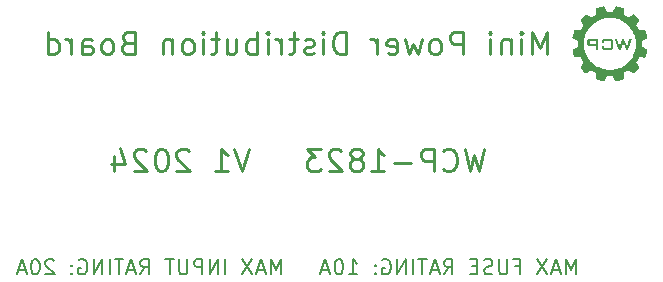
<source format=gbr>
%TF.GenerationSoftware,KiCad,Pcbnew,8.0.7-8.0.7-0~ubuntu24.04.1*%
%TF.CreationDate,2025-01-05T10:18:19-08:00*%
%TF.ProjectId,mini-pdb,6d696e69-2d70-4646-922e-6b696361645f,1.1*%
%TF.SameCoordinates,Original*%
%TF.FileFunction,Legend,Bot*%
%TF.FilePolarity,Positive*%
%FSLAX46Y46*%
G04 Gerber Fmt 4.6, Leading zero omitted, Abs format (unit mm)*
G04 Created by KiCad (PCBNEW 8.0.7-8.0.7-0~ubuntu24.04.1) date 2025-01-05 10:18:19*
%MOMM*%
%LPD*%
G01*
G04 APERTURE LIST*
%ADD10C,0.238125*%
%ADD11C,0.158750*%
%ADD12C,0.000000*%
G04 APERTURE END LIST*
D10*
X220087600Y-126246481D02*
X219634028Y-128151481D01*
X219634028Y-128151481D02*
X219271171Y-126790767D01*
X219271171Y-126790767D02*
X218908314Y-128151481D01*
X218908314Y-128151481D02*
X218454743Y-126246481D01*
X216640457Y-127970052D02*
X216731171Y-128060767D01*
X216731171Y-128060767D02*
X217003314Y-128151481D01*
X217003314Y-128151481D02*
X217184742Y-128151481D01*
X217184742Y-128151481D02*
X217456885Y-128060767D01*
X217456885Y-128060767D02*
X217638314Y-127879338D01*
X217638314Y-127879338D02*
X217729028Y-127697909D01*
X217729028Y-127697909D02*
X217819742Y-127335052D01*
X217819742Y-127335052D02*
X217819742Y-127062909D01*
X217819742Y-127062909D02*
X217729028Y-126700052D01*
X217729028Y-126700052D02*
X217638314Y-126518624D01*
X217638314Y-126518624D02*
X217456885Y-126337195D01*
X217456885Y-126337195D02*
X217184742Y-126246481D01*
X217184742Y-126246481D02*
X217003314Y-126246481D01*
X217003314Y-126246481D02*
X216731171Y-126337195D01*
X216731171Y-126337195D02*
X216640457Y-126427909D01*
X215824028Y-128151481D02*
X215824028Y-126246481D01*
X215824028Y-126246481D02*
X215098314Y-126246481D01*
X215098314Y-126246481D02*
X214916885Y-126337195D01*
X214916885Y-126337195D02*
X214826171Y-126427909D01*
X214826171Y-126427909D02*
X214735457Y-126609338D01*
X214735457Y-126609338D02*
X214735457Y-126881481D01*
X214735457Y-126881481D02*
X214826171Y-127062909D01*
X214826171Y-127062909D02*
X214916885Y-127153624D01*
X214916885Y-127153624D02*
X215098314Y-127244338D01*
X215098314Y-127244338D02*
X215824028Y-127244338D01*
X213919028Y-127425767D02*
X212467600Y-127425767D01*
X210562600Y-128151481D02*
X211651171Y-128151481D01*
X211106886Y-128151481D02*
X211106886Y-126246481D01*
X211106886Y-126246481D02*
X211288314Y-126518624D01*
X211288314Y-126518624D02*
X211469743Y-126700052D01*
X211469743Y-126700052D02*
X211651171Y-126790767D01*
X209474028Y-127062909D02*
X209655457Y-126972195D01*
X209655457Y-126972195D02*
X209746171Y-126881481D01*
X209746171Y-126881481D02*
X209836885Y-126700052D01*
X209836885Y-126700052D02*
X209836885Y-126609338D01*
X209836885Y-126609338D02*
X209746171Y-126427909D01*
X209746171Y-126427909D02*
X209655457Y-126337195D01*
X209655457Y-126337195D02*
X209474028Y-126246481D01*
X209474028Y-126246481D02*
X209111171Y-126246481D01*
X209111171Y-126246481D02*
X208929743Y-126337195D01*
X208929743Y-126337195D02*
X208839028Y-126427909D01*
X208839028Y-126427909D02*
X208748314Y-126609338D01*
X208748314Y-126609338D02*
X208748314Y-126700052D01*
X208748314Y-126700052D02*
X208839028Y-126881481D01*
X208839028Y-126881481D02*
X208929743Y-126972195D01*
X208929743Y-126972195D02*
X209111171Y-127062909D01*
X209111171Y-127062909D02*
X209474028Y-127062909D01*
X209474028Y-127062909D02*
X209655457Y-127153624D01*
X209655457Y-127153624D02*
X209746171Y-127244338D01*
X209746171Y-127244338D02*
X209836885Y-127425767D01*
X209836885Y-127425767D02*
X209836885Y-127788624D01*
X209836885Y-127788624D02*
X209746171Y-127970052D01*
X209746171Y-127970052D02*
X209655457Y-128060767D01*
X209655457Y-128060767D02*
X209474028Y-128151481D01*
X209474028Y-128151481D02*
X209111171Y-128151481D01*
X209111171Y-128151481D02*
X208929743Y-128060767D01*
X208929743Y-128060767D02*
X208839028Y-127970052D01*
X208839028Y-127970052D02*
X208748314Y-127788624D01*
X208748314Y-127788624D02*
X208748314Y-127425767D01*
X208748314Y-127425767D02*
X208839028Y-127244338D01*
X208839028Y-127244338D02*
X208929743Y-127153624D01*
X208929743Y-127153624D02*
X209111171Y-127062909D01*
X208022599Y-126427909D02*
X207931885Y-126337195D01*
X207931885Y-126337195D02*
X207750457Y-126246481D01*
X207750457Y-126246481D02*
X207296885Y-126246481D01*
X207296885Y-126246481D02*
X207115457Y-126337195D01*
X207115457Y-126337195D02*
X207024742Y-126427909D01*
X207024742Y-126427909D02*
X206934028Y-126609338D01*
X206934028Y-126609338D02*
X206934028Y-126790767D01*
X206934028Y-126790767D02*
X207024742Y-127062909D01*
X207024742Y-127062909D02*
X208113314Y-128151481D01*
X208113314Y-128151481D02*
X206934028Y-128151481D01*
X206299028Y-126246481D02*
X205119742Y-126246481D01*
X205119742Y-126246481D02*
X205754742Y-126972195D01*
X205754742Y-126972195D02*
X205482599Y-126972195D01*
X205482599Y-126972195D02*
X205301171Y-127062909D01*
X205301171Y-127062909D02*
X205210456Y-127153624D01*
X205210456Y-127153624D02*
X205119742Y-127335052D01*
X205119742Y-127335052D02*
X205119742Y-127788624D01*
X205119742Y-127788624D02*
X205210456Y-127970052D01*
X205210456Y-127970052D02*
X205301171Y-128060767D01*
X205301171Y-128060767D02*
X205482599Y-128151481D01*
X205482599Y-128151481D02*
X206026885Y-128151481D01*
X206026885Y-128151481D02*
X206208313Y-128060767D01*
X206208313Y-128060767D02*
X206299028Y-127970052D01*
X200221169Y-126246481D02*
X199586169Y-128151481D01*
X199586169Y-128151481D02*
X198951169Y-126246481D01*
X197318312Y-128151481D02*
X198406883Y-128151481D01*
X197862598Y-128151481D02*
X197862598Y-126246481D01*
X197862598Y-126246481D02*
X198044026Y-126518624D01*
X198044026Y-126518624D02*
X198225455Y-126700052D01*
X198225455Y-126700052D02*
X198406883Y-126790767D01*
X195141168Y-126427909D02*
X195050454Y-126337195D01*
X195050454Y-126337195D02*
X194869026Y-126246481D01*
X194869026Y-126246481D02*
X194415454Y-126246481D01*
X194415454Y-126246481D02*
X194234026Y-126337195D01*
X194234026Y-126337195D02*
X194143311Y-126427909D01*
X194143311Y-126427909D02*
X194052597Y-126609338D01*
X194052597Y-126609338D02*
X194052597Y-126790767D01*
X194052597Y-126790767D02*
X194143311Y-127062909D01*
X194143311Y-127062909D02*
X195231883Y-128151481D01*
X195231883Y-128151481D02*
X194052597Y-128151481D01*
X192873311Y-126246481D02*
X192691882Y-126246481D01*
X192691882Y-126246481D02*
X192510454Y-126337195D01*
X192510454Y-126337195D02*
X192419740Y-126427909D01*
X192419740Y-126427909D02*
X192329025Y-126609338D01*
X192329025Y-126609338D02*
X192238311Y-126972195D01*
X192238311Y-126972195D02*
X192238311Y-127425767D01*
X192238311Y-127425767D02*
X192329025Y-127788624D01*
X192329025Y-127788624D02*
X192419740Y-127970052D01*
X192419740Y-127970052D02*
X192510454Y-128060767D01*
X192510454Y-128060767D02*
X192691882Y-128151481D01*
X192691882Y-128151481D02*
X192873311Y-128151481D01*
X192873311Y-128151481D02*
X193054740Y-128060767D01*
X193054740Y-128060767D02*
X193145454Y-127970052D01*
X193145454Y-127970052D02*
X193236168Y-127788624D01*
X193236168Y-127788624D02*
X193326882Y-127425767D01*
X193326882Y-127425767D02*
X193326882Y-126972195D01*
X193326882Y-126972195D02*
X193236168Y-126609338D01*
X193236168Y-126609338D02*
X193145454Y-126427909D01*
X193145454Y-126427909D02*
X193054740Y-126337195D01*
X193054740Y-126337195D02*
X192873311Y-126246481D01*
X191512596Y-126427909D02*
X191421882Y-126337195D01*
X191421882Y-126337195D02*
X191240454Y-126246481D01*
X191240454Y-126246481D02*
X190786882Y-126246481D01*
X190786882Y-126246481D02*
X190605454Y-126337195D01*
X190605454Y-126337195D02*
X190514739Y-126427909D01*
X190514739Y-126427909D02*
X190424025Y-126609338D01*
X190424025Y-126609338D02*
X190424025Y-126790767D01*
X190424025Y-126790767D02*
X190514739Y-127062909D01*
X190514739Y-127062909D02*
X191603311Y-128151481D01*
X191603311Y-128151481D02*
X190424025Y-128151481D01*
X188791168Y-126881481D02*
X188791168Y-128151481D01*
X189244739Y-126155767D02*
X189698310Y-127516481D01*
X189698310Y-127516481D02*
X188519025Y-127516481D01*
D11*
X227889026Y-136869321D02*
X227889026Y-135599321D01*
X227889026Y-135599321D02*
X227465692Y-136506464D01*
X227465692Y-136506464D02*
X227042359Y-135599321D01*
X227042359Y-135599321D02*
X227042359Y-136869321D01*
X226498073Y-136506464D02*
X225893311Y-136506464D01*
X226619025Y-136869321D02*
X226195692Y-135599321D01*
X226195692Y-135599321D02*
X225772358Y-136869321D01*
X225469978Y-135599321D02*
X224623311Y-136869321D01*
X224623311Y-135599321D02*
X225469978Y-136869321D01*
X222748549Y-136204083D02*
X223171883Y-136204083D01*
X223171883Y-136869321D02*
X223171883Y-135599321D01*
X223171883Y-135599321D02*
X222567121Y-135599321D01*
X222083312Y-135599321D02*
X222083312Y-136627416D01*
X222083312Y-136627416D02*
X222022835Y-136748368D01*
X222022835Y-136748368D02*
X221962359Y-136808845D01*
X221962359Y-136808845D02*
X221841407Y-136869321D01*
X221841407Y-136869321D02*
X221599502Y-136869321D01*
X221599502Y-136869321D02*
X221478550Y-136808845D01*
X221478550Y-136808845D02*
X221418073Y-136748368D01*
X221418073Y-136748368D02*
X221357597Y-136627416D01*
X221357597Y-136627416D02*
X221357597Y-135599321D01*
X220813312Y-136808845D02*
X220631883Y-136869321D01*
X220631883Y-136869321D02*
X220329502Y-136869321D01*
X220329502Y-136869321D02*
X220208550Y-136808845D01*
X220208550Y-136808845D02*
X220148074Y-136748368D01*
X220148074Y-136748368D02*
X220087597Y-136627416D01*
X220087597Y-136627416D02*
X220087597Y-136506464D01*
X220087597Y-136506464D02*
X220148074Y-136385511D01*
X220148074Y-136385511D02*
X220208550Y-136325035D01*
X220208550Y-136325035D02*
X220329502Y-136264559D01*
X220329502Y-136264559D02*
X220571407Y-136204083D01*
X220571407Y-136204083D02*
X220692359Y-136143606D01*
X220692359Y-136143606D02*
X220752836Y-136083130D01*
X220752836Y-136083130D02*
X220813312Y-135962178D01*
X220813312Y-135962178D02*
X220813312Y-135841225D01*
X220813312Y-135841225D02*
X220752836Y-135720273D01*
X220752836Y-135720273D02*
X220692359Y-135659797D01*
X220692359Y-135659797D02*
X220571407Y-135599321D01*
X220571407Y-135599321D02*
X220269026Y-135599321D01*
X220269026Y-135599321D02*
X220087597Y-135659797D01*
X219543312Y-136204083D02*
X219119978Y-136204083D01*
X218938550Y-136869321D02*
X219543312Y-136869321D01*
X219543312Y-136869321D02*
X219543312Y-135599321D01*
X219543312Y-135599321D02*
X218938550Y-135599321D01*
X216700930Y-136869321D02*
X217124264Y-136264559D01*
X217426645Y-136869321D02*
X217426645Y-135599321D01*
X217426645Y-135599321D02*
X216942835Y-135599321D01*
X216942835Y-135599321D02*
X216821883Y-135659797D01*
X216821883Y-135659797D02*
X216761406Y-135720273D01*
X216761406Y-135720273D02*
X216700930Y-135841225D01*
X216700930Y-135841225D02*
X216700930Y-136022654D01*
X216700930Y-136022654D02*
X216761406Y-136143606D01*
X216761406Y-136143606D02*
X216821883Y-136204083D01*
X216821883Y-136204083D02*
X216942835Y-136264559D01*
X216942835Y-136264559D02*
X217426645Y-136264559D01*
X216217121Y-136506464D02*
X215612359Y-136506464D01*
X216338073Y-136869321D02*
X215914740Y-135599321D01*
X215914740Y-135599321D02*
X215491406Y-136869321D01*
X215249502Y-135599321D02*
X214523788Y-135599321D01*
X214886645Y-136869321D02*
X214886645Y-135599321D01*
X214100455Y-136869321D02*
X214100455Y-135599321D01*
X213495693Y-136869321D02*
X213495693Y-135599321D01*
X213495693Y-135599321D02*
X212769978Y-136869321D01*
X212769978Y-136869321D02*
X212769978Y-135599321D01*
X211499978Y-135659797D02*
X211620931Y-135599321D01*
X211620931Y-135599321D02*
X211802359Y-135599321D01*
X211802359Y-135599321D02*
X211983788Y-135659797D01*
X211983788Y-135659797D02*
X212104740Y-135780749D01*
X212104740Y-135780749D02*
X212165217Y-135901702D01*
X212165217Y-135901702D02*
X212225693Y-136143606D01*
X212225693Y-136143606D02*
X212225693Y-136325035D01*
X212225693Y-136325035D02*
X212165217Y-136566940D01*
X212165217Y-136566940D02*
X212104740Y-136687892D01*
X212104740Y-136687892D02*
X211983788Y-136808845D01*
X211983788Y-136808845D02*
X211802359Y-136869321D01*
X211802359Y-136869321D02*
X211681407Y-136869321D01*
X211681407Y-136869321D02*
X211499978Y-136808845D01*
X211499978Y-136808845D02*
X211439502Y-136748368D01*
X211439502Y-136748368D02*
X211439502Y-136325035D01*
X211439502Y-136325035D02*
X211681407Y-136325035D01*
X210895217Y-136748368D02*
X210834740Y-136808845D01*
X210834740Y-136808845D02*
X210895217Y-136869321D01*
X210895217Y-136869321D02*
X210955693Y-136808845D01*
X210955693Y-136808845D02*
X210895217Y-136748368D01*
X210895217Y-136748368D02*
X210895217Y-136869321D01*
X210895217Y-136083130D02*
X210834740Y-136143606D01*
X210834740Y-136143606D02*
X210895217Y-136204083D01*
X210895217Y-136204083D02*
X210955693Y-136143606D01*
X210955693Y-136143606D02*
X210895217Y-136083130D01*
X210895217Y-136083130D02*
X210895217Y-136204083D01*
X208657597Y-136869321D02*
X209383312Y-136869321D01*
X209020455Y-136869321D02*
X209020455Y-135599321D01*
X209020455Y-135599321D02*
X209141407Y-135780749D01*
X209141407Y-135780749D02*
X209262359Y-135901702D01*
X209262359Y-135901702D02*
X209383312Y-135962178D01*
X207871407Y-135599321D02*
X207750454Y-135599321D01*
X207750454Y-135599321D02*
X207629502Y-135659797D01*
X207629502Y-135659797D02*
X207569026Y-135720273D01*
X207569026Y-135720273D02*
X207508550Y-135841225D01*
X207508550Y-135841225D02*
X207448073Y-136083130D01*
X207448073Y-136083130D02*
X207448073Y-136385511D01*
X207448073Y-136385511D02*
X207508550Y-136627416D01*
X207508550Y-136627416D02*
X207569026Y-136748368D01*
X207569026Y-136748368D02*
X207629502Y-136808845D01*
X207629502Y-136808845D02*
X207750454Y-136869321D01*
X207750454Y-136869321D02*
X207871407Y-136869321D01*
X207871407Y-136869321D02*
X207992359Y-136808845D01*
X207992359Y-136808845D02*
X208052835Y-136748368D01*
X208052835Y-136748368D02*
X208113312Y-136627416D01*
X208113312Y-136627416D02*
X208173788Y-136385511D01*
X208173788Y-136385511D02*
X208173788Y-136083130D01*
X208173788Y-136083130D02*
X208113312Y-135841225D01*
X208113312Y-135841225D02*
X208052835Y-135720273D01*
X208052835Y-135720273D02*
X207992359Y-135659797D01*
X207992359Y-135659797D02*
X207871407Y-135599321D01*
X206964264Y-136506464D02*
X206359502Y-136506464D01*
X207085216Y-136869321D02*
X206661883Y-135599321D01*
X206661883Y-135599321D02*
X206238549Y-136869321D01*
X202912360Y-136869321D02*
X202912360Y-135599321D01*
X202912360Y-135599321D02*
X202489026Y-136506464D01*
X202489026Y-136506464D02*
X202065693Y-135599321D01*
X202065693Y-135599321D02*
X202065693Y-136869321D01*
X201521407Y-136506464D02*
X200916645Y-136506464D01*
X201642359Y-136869321D02*
X201219026Y-135599321D01*
X201219026Y-135599321D02*
X200795692Y-136869321D01*
X200493312Y-135599321D02*
X199646645Y-136869321D01*
X199646645Y-135599321D02*
X200493312Y-136869321D01*
X198195217Y-136869321D02*
X198195217Y-135599321D01*
X197590455Y-136869321D02*
X197590455Y-135599321D01*
X197590455Y-135599321D02*
X196864740Y-136869321D01*
X196864740Y-136869321D02*
X196864740Y-135599321D01*
X196259979Y-136869321D02*
X196259979Y-135599321D01*
X196259979Y-135599321D02*
X195776169Y-135599321D01*
X195776169Y-135599321D02*
X195655217Y-135659797D01*
X195655217Y-135659797D02*
X195594740Y-135720273D01*
X195594740Y-135720273D02*
X195534264Y-135841225D01*
X195534264Y-135841225D02*
X195534264Y-136022654D01*
X195534264Y-136022654D02*
X195594740Y-136143606D01*
X195594740Y-136143606D02*
X195655217Y-136204083D01*
X195655217Y-136204083D02*
X195776169Y-136264559D01*
X195776169Y-136264559D02*
X196259979Y-136264559D01*
X194989979Y-135599321D02*
X194989979Y-136627416D01*
X194989979Y-136627416D02*
X194929502Y-136748368D01*
X194929502Y-136748368D02*
X194869026Y-136808845D01*
X194869026Y-136808845D02*
X194748074Y-136869321D01*
X194748074Y-136869321D02*
X194506169Y-136869321D01*
X194506169Y-136869321D02*
X194385217Y-136808845D01*
X194385217Y-136808845D02*
X194324740Y-136748368D01*
X194324740Y-136748368D02*
X194264264Y-136627416D01*
X194264264Y-136627416D02*
X194264264Y-135599321D01*
X193840931Y-135599321D02*
X193115217Y-135599321D01*
X193478074Y-136869321D02*
X193478074Y-135599321D01*
X190998550Y-136869321D02*
X191421884Y-136264559D01*
X191724265Y-136869321D02*
X191724265Y-135599321D01*
X191724265Y-135599321D02*
X191240455Y-135599321D01*
X191240455Y-135599321D02*
X191119503Y-135659797D01*
X191119503Y-135659797D02*
X191059026Y-135720273D01*
X191059026Y-135720273D02*
X190998550Y-135841225D01*
X190998550Y-135841225D02*
X190998550Y-136022654D01*
X190998550Y-136022654D02*
X191059026Y-136143606D01*
X191059026Y-136143606D02*
X191119503Y-136204083D01*
X191119503Y-136204083D02*
X191240455Y-136264559D01*
X191240455Y-136264559D02*
X191724265Y-136264559D01*
X190514741Y-136506464D02*
X189909979Y-136506464D01*
X190635693Y-136869321D02*
X190212360Y-135599321D01*
X190212360Y-135599321D02*
X189789026Y-136869321D01*
X189547122Y-135599321D02*
X188821408Y-135599321D01*
X189184265Y-136869321D02*
X189184265Y-135599321D01*
X188398075Y-136869321D02*
X188398075Y-135599321D01*
X187793313Y-136869321D02*
X187793313Y-135599321D01*
X187793313Y-135599321D02*
X187067598Y-136869321D01*
X187067598Y-136869321D02*
X187067598Y-135599321D01*
X185797598Y-135659797D02*
X185918551Y-135599321D01*
X185918551Y-135599321D02*
X186099979Y-135599321D01*
X186099979Y-135599321D02*
X186281408Y-135659797D01*
X186281408Y-135659797D02*
X186402360Y-135780749D01*
X186402360Y-135780749D02*
X186462837Y-135901702D01*
X186462837Y-135901702D02*
X186523313Y-136143606D01*
X186523313Y-136143606D02*
X186523313Y-136325035D01*
X186523313Y-136325035D02*
X186462837Y-136566940D01*
X186462837Y-136566940D02*
X186402360Y-136687892D01*
X186402360Y-136687892D02*
X186281408Y-136808845D01*
X186281408Y-136808845D02*
X186099979Y-136869321D01*
X186099979Y-136869321D02*
X185979027Y-136869321D01*
X185979027Y-136869321D02*
X185797598Y-136808845D01*
X185797598Y-136808845D02*
X185737122Y-136748368D01*
X185737122Y-136748368D02*
X185737122Y-136325035D01*
X185737122Y-136325035D02*
X185979027Y-136325035D01*
X185192837Y-136748368D02*
X185132360Y-136808845D01*
X185132360Y-136808845D02*
X185192837Y-136869321D01*
X185192837Y-136869321D02*
X185253313Y-136808845D01*
X185253313Y-136808845D02*
X185192837Y-136748368D01*
X185192837Y-136748368D02*
X185192837Y-136869321D01*
X185192837Y-136083130D02*
X185132360Y-136143606D01*
X185132360Y-136143606D02*
X185192837Y-136204083D01*
X185192837Y-136204083D02*
X185253313Y-136143606D01*
X185253313Y-136143606D02*
X185192837Y-136083130D01*
X185192837Y-136083130D02*
X185192837Y-136204083D01*
X183680932Y-135720273D02*
X183620456Y-135659797D01*
X183620456Y-135659797D02*
X183499503Y-135599321D01*
X183499503Y-135599321D02*
X183197122Y-135599321D01*
X183197122Y-135599321D02*
X183076170Y-135659797D01*
X183076170Y-135659797D02*
X183015694Y-135720273D01*
X183015694Y-135720273D02*
X182955217Y-135841225D01*
X182955217Y-135841225D02*
X182955217Y-135962178D01*
X182955217Y-135962178D02*
X183015694Y-136143606D01*
X183015694Y-136143606D02*
X183741408Y-136869321D01*
X183741408Y-136869321D02*
X182955217Y-136869321D01*
X182169027Y-135599321D02*
X182048074Y-135599321D01*
X182048074Y-135599321D02*
X181927122Y-135659797D01*
X181927122Y-135659797D02*
X181866646Y-135720273D01*
X181866646Y-135720273D02*
X181806170Y-135841225D01*
X181806170Y-135841225D02*
X181745693Y-136083130D01*
X181745693Y-136083130D02*
X181745693Y-136385511D01*
X181745693Y-136385511D02*
X181806170Y-136627416D01*
X181806170Y-136627416D02*
X181866646Y-136748368D01*
X181866646Y-136748368D02*
X181927122Y-136808845D01*
X181927122Y-136808845D02*
X182048074Y-136869321D01*
X182048074Y-136869321D02*
X182169027Y-136869321D01*
X182169027Y-136869321D02*
X182289979Y-136808845D01*
X182289979Y-136808845D02*
X182350455Y-136748368D01*
X182350455Y-136748368D02*
X182410932Y-136627416D01*
X182410932Y-136627416D02*
X182471408Y-136385511D01*
X182471408Y-136385511D02*
X182471408Y-136083130D01*
X182471408Y-136083130D02*
X182410932Y-135841225D01*
X182410932Y-135841225D02*
X182350455Y-135720273D01*
X182350455Y-135720273D02*
X182289979Y-135659797D01*
X182289979Y-135659797D02*
X182169027Y-135599321D01*
X181261884Y-136506464D02*
X180657122Y-136506464D01*
X181382836Y-136869321D02*
X180959503Y-135599321D01*
X180959503Y-135599321D02*
X180536169Y-136869321D01*
D10*
X225449767Y-118245481D02*
X225449767Y-116340481D01*
X225449767Y-116340481D02*
X224814767Y-117701195D01*
X224814767Y-117701195D02*
X224179767Y-116340481D01*
X224179767Y-116340481D02*
X224179767Y-118245481D01*
X223272624Y-118245481D02*
X223272624Y-116975481D01*
X223272624Y-116340481D02*
X223363338Y-116431195D01*
X223363338Y-116431195D02*
X223272624Y-116521909D01*
X223272624Y-116521909D02*
X223181910Y-116431195D01*
X223181910Y-116431195D02*
X223272624Y-116340481D01*
X223272624Y-116340481D02*
X223272624Y-116521909D01*
X222365481Y-116975481D02*
X222365481Y-118245481D01*
X222365481Y-117156909D02*
X222274767Y-117066195D01*
X222274767Y-117066195D02*
X222093338Y-116975481D01*
X222093338Y-116975481D02*
X221821195Y-116975481D01*
X221821195Y-116975481D02*
X221639767Y-117066195D01*
X221639767Y-117066195D02*
X221549053Y-117247624D01*
X221549053Y-117247624D02*
X221549053Y-118245481D01*
X220641910Y-118245481D02*
X220641910Y-116975481D01*
X220641910Y-116340481D02*
X220732624Y-116431195D01*
X220732624Y-116431195D02*
X220641910Y-116521909D01*
X220641910Y-116521909D02*
X220551196Y-116431195D01*
X220551196Y-116431195D02*
X220641910Y-116340481D01*
X220641910Y-116340481D02*
X220641910Y-116521909D01*
X218283338Y-118245481D02*
X218283338Y-116340481D01*
X218283338Y-116340481D02*
X217557624Y-116340481D01*
X217557624Y-116340481D02*
X217376195Y-116431195D01*
X217376195Y-116431195D02*
X217285481Y-116521909D01*
X217285481Y-116521909D02*
X217194767Y-116703338D01*
X217194767Y-116703338D02*
X217194767Y-116975481D01*
X217194767Y-116975481D02*
X217285481Y-117156909D01*
X217285481Y-117156909D02*
X217376195Y-117247624D01*
X217376195Y-117247624D02*
X217557624Y-117338338D01*
X217557624Y-117338338D02*
X218283338Y-117338338D01*
X216106195Y-118245481D02*
X216287624Y-118154767D01*
X216287624Y-118154767D02*
X216378338Y-118064052D01*
X216378338Y-118064052D02*
X216469052Y-117882624D01*
X216469052Y-117882624D02*
X216469052Y-117338338D01*
X216469052Y-117338338D02*
X216378338Y-117156909D01*
X216378338Y-117156909D02*
X216287624Y-117066195D01*
X216287624Y-117066195D02*
X216106195Y-116975481D01*
X216106195Y-116975481D02*
X215834052Y-116975481D01*
X215834052Y-116975481D02*
X215652624Y-117066195D01*
X215652624Y-117066195D02*
X215561910Y-117156909D01*
X215561910Y-117156909D02*
X215471195Y-117338338D01*
X215471195Y-117338338D02*
X215471195Y-117882624D01*
X215471195Y-117882624D02*
X215561910Y-118064052D01*
X215561910Y-118064052D02*
X215652624Y-118154767D01*
X215652624Y-118154767D02*
X215834052Y-118245481D01*
X215834052Y-118245481D02*
X216106195Y-118245481D01*
X214836196Y-116975481D02*
X214473339Y-118245481D01*
X214473339Y-118245481D02*
X214110481Y-117338338D01*
X214110481Y-117338338D02*
X213747624Y-118245481D01*
X213747624Y-118245481D02*
X213384767Y-116975481D01*
X211933339Y-118154767D02*
X212114767Y-118245481D01*
X212114767Y-118245481D02*
X212477625Y-118245481D01*
X212477625Y-118245481D02*
X212659053Y-118154767D01*
X212659053Y-118154767D02*
X212749767Y-117973338D01*
X212749767Y-117973338D02*
X212749767Y-117247624D01*
X212749767Y-117247624D02*
X212659053Y-117066195D01*
X212659053Y-117066195D02*
X212477625Y-116975481D01*
X212477625Y-116975481D02*
X212114767Y-116975481D01*
X212114767Y-116975481D02*
X211933339Y-117066195D01*
X211933339Y-117066195D02*
X211842625Y-117247624D01*
X211842625Y-117247624D02*
X211842625Y-117429052D01*
X211842625Y-117429052D02*
X212749767Y-117610481D01*
X211026196Y-118245481D02*
X211026196Y-116975481D01*
X211026196Y-117338338D02*
X210935482Y-117156909D01*
X210935482Y-117156909D02*
X210844768Y-117066195D01*
X210844768Y-117066195D02*
X210663339Y-116975481D01*
X210663339Y-116975481D02*
X210481910Y-116975481D01*
X208395481Y-118245481D02*
X208395481Y-116340481D01*
X208395481Y-116340481D02*
X207941910Y-116340481D01*
X207941910Y-116340481D02*
X207669767Y-116431195D01*
X207669767Y-116431195D02*
X207488338Y-116612624D01*
X207488338Y-116612624D02*
X207397624Y-116794052D01*
X207397624Y-116794052D02*
X207306910Y-117156909D01*
X207306910Y-117156909D02*
X207306910Y-117429052D01*
X207306910Y-117429052D02*
X207397624Y-117791909D01*
X207397624Y-117791909D02*
X207488338Y-117973338D01*
X207488338Y-117973338D02*
X207669767Y-118154767D01*
X207669767Y-118154767D02*
X207941910Y-118245481D01*
X207941910Y-118245481D02*
X208395481Y-118245481D01*
X206490481Y-118245481D02*
X206490481Y-116975481D01*
X206490481Y-116340481D02*
X206581195Y-116431195D01*
X206581195Y-116431195D02*
X206490481Y-116521909D01*
X206490481Y-116521909D02*
X206399767Y-116431195D01*
X206399767Y-116431195D02*
X206490481Y-116340481D01*
X206490481Y-116340481D02*
X206490481Y-116521909D01*
X205674052Y-118154767D02*
X205492624Y-118245481D01*
X205492624Y-118245481D02*
X205129767Y-118245481D01*
X205129767Y-118245481D02*
X204948338Y-118154767D01*
X204948338Y-118154767D02*
X204857624Y-117973338D01*
X204857624Y-117973338D02*
X204857624Y-117882624D01*
X204857624Y-117882624D02*
X204948338Y-117701195D01*
X204948338Y-117701195D02*
X205129767Y-117610481D01*
X205129767Y-117610481D02*
X205401910Y-117610481D01*
X205401910Y-117610481D02*
X205583338Y-117519767D01*
X205583338Y-117519767D02*
X205674052Y-117338338D01*
X205674052Y-117338338D02*
X205674052Y-117247624D01*
X205674052Y-117247624D02*
X205583338Y-117066195D01*
X205583338Y-117066195D02*
X205401910Y-116975481D01*
X205401910Y-116975481D02*
X205129767Y-116975481D01*
X205129767Y-116975481D02*
X204948338Y-117066195D01*
X204313338Y-116975481D02*
X203587624Y-116975481D01*
X204041195Y-116340481D02*
X204041195Y-117973338D01*
X204041195Y-117973338D02*
X203950481Y-118154767D01*
X203950481Y-118154767D02*
X203769052Y-118245481D01*
X203769052Y-118245481D02*
X203587624Y-118245481D01*
X202952624Y-118245481D02*
X202952624Y-116975481D01*
X202952624Y-117338338D02*
X202861910Y-117156909D01*
X202861910Y-117156909D02*
X202771196Y-117066195D01*
X202771196Y-117066195D02*
X202589767Y-116975481D01*
X202589767Y-116975481D02*
X202408338Y-116975481D01*
X201773338Y-118245481D02*
X201773338Y-116975481D01*
X201773338Y-116340481D02*
X201864052Y-116431195D01*
X201864052Y-116431195D02*
X201773338Y-116521909D01*
X201773338Y-116521909D02*
X201682624Y-116431195D01*
X201682624Y-116431195D02*
X201773338Y-116340481D01*
X201773338Y-116340481D02*
X201773338Y-116521909D01*
X200866195Y-118245481D02*
X200866195Y-116340481D01*
X200866195Y-117066195D02*
X200684767Y-116975481D01*
X200684767Y-116975481D02*
X200321909Y-116975481D01*
X200321909Y-116975481D02*
X200140481Y-117066195D01*
X200140481Y-117066195D02*
X200049767Y-117156909D01*
X200049767Y-117156909D02*
X199959052Y-117338338D01*
X199959052Y-117338338D02*
X199959052Y-117882624D01*
X199959052Y-117882624D02*
X200049767Y-118064052D01*
X200049767Y-118064052D02*
X200140481Y-118154767D01*
X200140481Y-118154767D02*
X200321909Y-118245481D01*
X200321909Y-118245481D02*
X200684767Y-118245481D01*
X200684767Y-118245481D02*
X200866195Y-118154767D01*
X198326196Y-116975481D02*
X198326196Y-118245481D01*
X199142624Y-116975481D02*
X199142624Y-117973338D01*
X199142624Y-117973338D02*
X199051910Y-118154767D01*
X199051910Y-118154767D02*
X198870481Y-118245481D01*
X198870481Y-118245481D02*
X198598338Y-118245481D01*
X198598338Y-118245481D02*
X198416910Y-118154767D01*
X198416910Y-118154767D02*
X198326196Y-118064052D01*
X197691196Y-116975481D02*
X196965482Y-116975481D01*
X197419053Y-116340481D02*
X197419053Y-117973338D01*
X197419053Y-117973338D02*
X197328339Y-118154767D01*
X197328339Y-118154767D02*
X197146910Y-118245481D01*
X197146910Y-118245481D02*
X196965482Y-118245481D01*
X196330482Y-118245481D02*
X196330482Y-116975481D01*
X196330482Y-116340481D02*
X196421196Y-116431195D01*
X196421196Y-116431195D02*
X196330482Y-116521909D01*
X196330482Y-116521909D02*
X196239768Y-116431195D01*
X196239768Y-116431195D02*
X196330482Y-116340481D01*
X196330482Y-116340481D02*
X196330482Y-116521909D01*
X195151196Y-118245481D02*
X195332625Y-118154767D01*
X195332625Y-118154767D02*
X195423339Y-118064052D01*
X195423339Y-118064052D02*
X195514053Y-117882624D01*
X195514053Y-117882624D02*
X195514053Y-117338338D01*
X195514053Y-117338338D02*
X195423339Y-117156909D01*
X195423339Y-117156909D02*
X195332625Y-117066195D01*
X195332625Y-117066195D02*
X195151196Y-116975481D01*
X195151196Y-116975481D02*
X194879053Y-116975481D01*
X194879053Y-116975481D02*
X194697625Y-117066195D01*
X194697625Y-117066195D02*
X194606911Y-117156909D01*
X194606911Y-117156909D02*
X194516196Y-117338338D01*
X194516196Y-117338338D02*
X194516196Y-117882624D01*
X194516196Y-117882624D02*
X194606911Y-118064052D01*
X194606911Y-118064052D02*
X194697625Y-118154767D01*
X194697625Y-118154767D02*
X194879053Y-118245481D01*
X194879053Y-118245481D02*
X195151196Y-118245481D01*
X193699768Y-116975481D02*
X193699768Y-118245481D01*
X193699768Y-117156909D02*
X193609054Y-117066195D01*
X193609054Y-117066195D02*
X193427625Y-116975481D01*
X193427625Y-116975481D02*
X193155482Y-116975481D01*
X193155482Y-116975481D02*
X192974054Y-117066195D01*
X192974054Y-117066195D02*
X192883340Y-117247624D01*
X192883340Y-117247624D02*
X192883340Y-118245481D01*
X189889768Y-117247624D02*
X189617625Y-117338338D01*
X189617625Y-117338338D02*
X189526911Y-117429052D01*
X189526911Y-117429052D02*
X189436197Y-117610481D01*
X189436197Y-117610481D02*
X189436197Y-117882624D01*
X189436197Y-117882624D02*
X189526911Y-118064052D01*
X189526911Y-118064052D02*
X189617625Y-118154767D01*
X189617625Y-118154767D02*
X189799054Y-118245481D01*
X189799054Y-118245481D02*
X190524768Y-118245481D01*
X190524768Y-118245481D02*
X190524768Y-116340481D01*
X190524768Y-116340481D02*
X189889768Y-116340481D01*
X189889768Y-116340481D02*
X189708340Y-116431195D01*
X189708340Y-116431195D02*
X189617625Y-116521909D01*
X189617625Y-116521909D02*
X189526911Y-116703338D01*
X189526911Y-116703338D02*
X189526911Y-116884767D01*
X189526911Y-116884767D02*
X189617625Y-117066195D01*
X189617625Y-117066195D02*
X189708340Y-117156909D01*
X189708340Y-117156909D02*
X189889768Y-117247624D01*
X189889768Y-117247624D02*
X190524768Y-117247624D01*
X188347625Y-118245481D02*
X188529054Y-118154767D01*
X188529054Y-118154767D02*
X188619768Y-118064052D01*
X188619768Y-118064052D02*
X188710482Y-117882624D01*
X188710482Y-117882624D02*
X188710482Y-117338338D01*
X188710482Y-117338338D02*
X188619768Y-117156909D01*
X188619768Y-117156909D02*
X188529054Y-117066195D01*
X188529054Y-117066195D02*
X188347625Y-116975481D01*
X188347625Y-116975481D02*
X188075482Y-116975481D01*
X188075482Y-116975481D02*
X187894054Y-117066195D01*
X187894054Y-117066195D02*
X187803340Y-117156909D01*
X187803340Y-117156909D02*
X187712625Y-117338338D01*
X187712625Y-117338338D02*
X187712625Y-117882624D01*
X187712625Y-117882624D02*
X187803340Y-118064052D01*
X187803340Y-118064052D02*
X187894054Y-118154767D01*
X187894054Y-118154767D02*
X188075482Y-118245481D01*
X188075482Y-118245481D02*
X188347625Y-118245481D01*
X186079769Y-118245481D02*
X186079769Y-117247624D01*
X186079769Y-117247624D02*
X186170483Y-117066195D01*
X186170483Y-117066195D02*
X186351911Y-116975481D01*
X186351911Y-116975481D02*
X186714769Y-116975481D01*
X186714769Y-116975481D02*
X186896197Y-117066195D01*
X186079769Y-118154767D02*
X186261197Y-118245481D01*
X186261197Y-118245481D02*
X186714769Y-118245481D01*
X186714769Y-118245481D02*
X186896197Y-118154767D01*
X186896197Y-118154767D02*
X186986911Y-117973338D01*
X186986911Y-117973338D02*
X186986911Y-117791909D01*
X186986911Y-117791909D02*
X186896197Y-117610481D01*
X186896197Y-117610481D02*
X186714769Y-117519767D01*
X186714769Y-117519767D02*
X186261197Y-117519767D01*
X186261197Y-117519767D02*
X186079769Y-117429052D01*
X185172626Y-118245481D02*
X185172626Y-116975481D01*
X185172626Y-117338338D02*
X185081912Y-117156909D01*
X185081912Y-117156909D02*
X184991198Y-117066195D01*
X184991198Y-117066195D02*
X184809769Y-116975481D01*
X184809769Y-116975481D02*
X184628340Y-116975481D01*
X183176912Y-118245481D02*
X183176912Y-116340481D01*
X183176912Y-118154767D02*
X183358340Y-118245481D01*
X183358340Y-118245481D02*
X183721197Y-118245481D01*
X183721197Y-118245481D02*
X183902626Y-118154767D01*
X183902626Y-118154767D02*
X183993340Y-118064052D01*
X183993340Y-118064052D02*
X184084054Y-117882624D01*
X184084054Y-117882624D02*
X184084054Y-117338338D01*
X184084054Y-117338338D02*
X183993340Y-117156909D01*
X183993340Y-117156909D02*
X183902626Y-117066195D01*
X183902626Y-117066195D02*
X183721197Y-116975481D01*
X183721197Y-116975481D02*
X183358340Y-116975481D01*
X183358340Y-116975481D02*
X183176912Y-117066195D01*
D12*
%TO.C,G\u002A\u002A\u002A*%
G36*
X229787139Y-117284072D02*
G01*
X229787296Y-117347677D01*
X229787367Y-117412397D01*
X229787352Y-117476980D01*
X229787250Y-117540174D01*
X229787061Y-117600725D01*
X229786783Y-117657383D01*
X229786416Y-117708894D01*
X229785959Y-117754006D01*
X229785411Y-117791466D01*
X229784772Y-117820023D01*
X229784041Y-117838424D01*
X229783217Y-117845416D01*
X229782469Y-117845898D01*
X229772026Y-117847857D01*
X229752376Y-117849144D01*
X229726256Y-117849796D01*
X229696405Y-117849855D01*
X229665560Y-117849358D01*
X229636458Y-117848345D01*
X229611838Y-117846855D01*
X229594438Y-117844928D01*
X229586995Y-117842603D01*
X229585982Y-117837538D01*
X229584500Y-117821035D01*
X229582932Y-117795019D01*
X229581370Y-117761299D01*
X229579906Y-117721683D01*
X229578632Y-117677981D01*
X229577695Y-117643950D01*
X229576386Y-117603750D01*
X229575034Y-117569252D01*
X229573718Y-117542204D01*
X229572514Y-117524356D01*
X229571500Y-117517456D01*
X229571322Y-117517380D01*
X229563046Y-117516652D01*
X229543455Y-117515744D01*
X229513781Y-117514692D01*
X229475253Y-117513530D01*
X229429104Y-117512293D01*
X229376562Y-117511018D01*
X229318859Y-117509738D01*
X229257225Y-117508489D01*
X229190700Y-117507191D01*
X229125865Y-117505818D01*
X229071642Y-117504407D01*
X229026918Y-117502803D01*
X228990584Y-117500850D01*
X228961527Y-117498392D01*
X228938637Y-117495272D01*
X228920803Y-117491336D01*
X228906913Y-117486426D01*
X228895856Y-117480388D01*
X228886521Y-117473064D01*
X228877798Y-117464300D01*
X228868574Y-117453939D01*
X228860879Y-117444749D01*
X228852545Y-117432679D01*
X228846157Y-117419274D01*
X228841489Y-117402913D01*
X228838317Y-117381971D01*
X228836415Y-117354825D01*
X228835556Y-117319854D01*
X228835517Y-117275434D01*
X228835919Y-117235202D01*
X229038150Y-117235202D01*
X229038197Y-117256508D01*
X229038664Y-117282173D01*
X229040005Y-117299357D01*
X229042666Y-117310664D01*
X229047095Y-117318698D01*
X229053737Y-117326063D01*
X229069323Y-117341650D01*
X229319757Y-117341650D01*
X229357914Y-117341636D01*
X229414649Y-117341528D01*
X229460508Y-117341276D01*
X229496645Y-117340832D01*
X229524217Y-117340152D01*
X229544379Y-117339190D01*
X229558288Y-117337900D01*
X229567098Y-117336236D01*
X229571965Y-117334153D01*
X229574046Y-117331605D01*
X229574749Y-117328133D01*
X229575995Y-117312995D01*
X229576995Y-117288888D01*
X229577659Y-117258284D01*
X229577900Y-117223655D01*
X229577900Y-117125750D01*
X229341363Y-117125901D01*
X229340981Y-117125901D01*
X229286314Y-117126093D01*
X229234759Y-117126567D01*
X229187914Y-117127288D01*
X229147378Y-117128219D01*
X229114747Y-117129322D01*
X229091620Y-117130562D01*
X229079596Y-117131902D01*
X229079090Y-117132020D01*
X229063065Y-117136778D01*
X229051846Y-117143708D01*
X229044588Y-117154913D01*
X229040449Y-117172494D01*
X229038585Y-117198556D01*
X229038150Y-117235202D01*
X228835919Y-117235202D01*
X228836072Y-117219942D01*
X228838125Y-117056959D01*
X228857457Y-117029442D01*
X228863732Y-117021420D01*
X228883865Y-117001414D01*
X228905082Y-116986050D01*
X228933375Y-116970175D01*
X229355650Y-116966361D01*
X229389459Y-116966064D01*
X229459963Y-116965500D01*
X229526234Y-116965045D01*
X229587212Y-116964702D01*
X229641840Y-116964473D01*
X229689059Y-116964361D01*
X229727812Y-116964370D01*
X229757040Y-116964502D01*
X229775684Y-116964760D01*
X229782688Y-116965148D01*
X229782904Y-116965661D01*
X229783716Y-116975260D01*
X229784449Y-116995992D01*
X229785102Y-117026607D01*
X229785674Y-117065850D01*
X229786165Y-117112471D01*
X229786573Y-117165216D01*
X229786898Y-117222834D01*
X229786901Y-117223655D01*
X229787139Y-117284072D01*
G37*
G36*
X230750099Y-116967771D02*
G01*
X230806007Y-116968216D01*
X230850743Y-116968981D01*
X230884717Y-116970070D01*
X230908336Y-116971488D01*
X230922008Y-116973241D01*
X230943484Y-116980160D01*
X230976891Y-117000045D01*
X231004730Y-117027900D01*
X231023584Y-117060779D01*
X231023655Y-117060965D01*
X231026295Y-117068688D01*
X231028499Y-117077618D01*
X231030306Y-117088906D01*
X231031756Y-117103701D01*
X231032888Y-117123151D01*
X231033740Y-117148406D01*
X231034352Y-117180615D01*
X231034762Y-117220927D01*
X231035011Y-117270492D01*
X231035136Y-117330458D01*
X231035177Y-117401975D01*
X231035172Y-117444298D01*
X231035089Y-117509750D01*
X231034881Y-117564317D01*
X231034512Y-117609160D01*
X231033945Y-117645437D01*
X231033145Y-117674307D01*
X231032074Y-117696931D01*
X231030698Y-117714467D01*
X231028979Y-117728075D01*
X231026882Y-117738913D01*
X231024370Y-117748142D01*
X231013601Y-117774279D01*
X230989779Y-117806271D01*
X230957084Y-117829275D01*
X230915867Y-117842985D01*
X230913502Y-117843342D01*
X230897682Y-117844481D01*
X230871131Y-117845477D01*
X230835377Y-117846328D01*
X230791945Y-117847031D01*
X230742363Y-117847584D01*
X230688155Y-117847983D01*
X230630849Y-117848225D01*
X230571970Y-117848309D01*
X230513045Y-117848231D01*
X230455600Y-117847988D01*
X230401161Y-117847578D01*
X230351255Y-117846998D01*
X230307408Y-117846245D01*
X230271145Y-117845316D01*
X230243994Y-117844208D01*
X230227705Y-117843291D01*
X230198218Y-117841207D01*
X230177344Y-117838680D01*
X230162240Y-117835134D01*
X230150067Y-117829992D01*
X230137982Y-117822677D01*
X230130249Y-117816886D01*
X230110719Y-117797685D01*
X230095077Y-117776602D01*
X230093843Y-117774477D01*
X230087647Y-117762580D01*
X230083027Y-117750096D01*
X230079548Y-117734605D01*
X230076777Y-117713688D01*
X230074279Y-117684925D01*
X230071620Y-117645895D01*
X230071218Y-117639490D01*
X230069115Y-117598657D01*
X230068393Y-117567479D01*
X230069058Y-117546946D01*
X230071113Y-117538047D01*
X230075002Y-117536050D01*
X230089695Y-117531306D01*
X230112436Y-117525189D01*
X230140498Y-117518316D01*
X230171158Y-117511302D01*
X230201692Y-117504763D01*
X230229374Y-117499315D01*
X230251481Y-117495573D01*
X230265288Y-117494154D01*
X230282750Y-117494050D01*
X230282750Y-117582950D01*
X230282750Y-117671850D01*
X230552625Y-117671850D01*
X230822500Y-117671850D01*
X230822500Y-117401975D01*
X230822500Y-117132100D01*
X230553601Y-117132100D01*
X230284702Y-117132100D01*
X230280548Y-117209361D01*
X230280483Y-117210565D01*
X230278653Y-117240384D01*
X230276732Y-117265184D01*
X230274944Y-117282408D01*
X230273514Y-117289502D01*
X230270640Y-117289778D01*
X230257130Y-117288814D01*
X230234599Y-117286308D01*
X230205240Y-117282516D01*
X230171248Y-117277689D01*
X230158605Y-117275789D01*
X230119275Y-117269306D01*
X230091638Y-117263630D01*
X230074936Y-117258584D01*
X230068406Y-117253994D01*
X230068090Y-117252633D01*
X230067571Y-117240340D01*
X230068048Y-117218691D01*
X230069433Y-117190291D01*
X230071638Y-117157745D01*
X230072683Y-117144922D01*
X230078082Y-117098320D01*
X230085819Y-117062007D01*
X230096836Y-117034081D01*
X230112078Y-117012638D01*
X230132489Y-116995776D01*
X230159012Y-116981590D01*
X230163522Y-116979738D01*
X230170747Y-116977535D01*
X230180159Y-116975673D01*
X230192809Y-116974117D01*
X230209749Y-116972827D01*
X230232030Y-116971767D01*
X230260704Y-116970900D01*
X230296821Y-116970187D01*
X230341433Y-116969592D01*
X230395591Y-116969076D01*
X230460346Y-116968604D01*
X230536750Y-116968136D01*
X230603137Y-116967813D01*
X230682612Y-116967638D01*
X230750099Y-116967771D01*
G37*
G36*
X232493106Y-116960911D02*
G01*
X232531396Y-116962328D01*
X232564404Y-116964797D01*
X232590277Y-116968116D01*
X232607161Y-116972085D01*
X232613200Y-116976502D01*
X232613126Y-116976897D01*
X232610151Y-116985769D01*
X232603156Y-117005138D01*
X232592581Y-117033850D01*
X232578861Y-117070749D01*
X232562435Y-117114680D01*
X232543740Y-117164490D01*
X232523215Y-117219023D01*
X232501295Y-117277124D01*
X232478420Y-117337640D01*
X232455026Y-117399415D01*
X232431552Y-117461294D01*
X232408435Y-117522123D01*
X232386111Y-117580747D01*
X232365021Y-117636011D01*
X232345599Y-117686761D01*
X232328285Y-117731842D01*
X232313516Y-117770098D01*
X232301729Y-117800377D01*
X232293362Y-117821522D01*
X232288853Y-117832379D01*
X232280787Y-117850033D01*
X232207469Y-117848254D01*
X232134151Y-117846475D01*
X232013537Y-117554732D01*
X231892923Y-117262990D01*
X231874500Y-117303907D01*
X231872810Y-117307735D01*
X231864938Y-117326259D01*
X231853174Y-117354540D01*
X231838139Y-117391064D01*
X231820452Y-117434316D01*
X231800733Y-117482782D01*
X231779602Y-117534948D01*
X231757678Y-117589300D01*
X231747870Y-117613629D01*
X231727070Y-117664957D01*
X231707793Y-117712169D01*
X231690571Y-117753986D01*
X231675936Y-117789129D01*
X231664419Y-117816317D01*
X231656550Y-117834272D01*
X231652862Y-117841712D01*
X231650274Y-117843504D01*
X231636575Y-117846922D01*
X231615058Y-117849087D01*
X231589128Y-117850008D01*
X231562187Y-117849690D01*
X231537642Y-117848143D01*
X231518895Y-117845373D01*
X231509350Y-117841389D01*
X231507341Y-117837714D01*
X231500762Y-117822918D01*
X231490423Y-117798150D01*
X231476775Y-117764580D01*
X231460272Y-117723377D01*
X231441365Y-117675711D01*
X231420508Y-117622750D01*
X231398152Y-117565664D01*
X231374750Y-117505622D01*
X231350755Y-117443794D01*
X231326620Y-117381348D01*
X231302796Y-117319453D01*
X231279736Y-117259280D01*
X231257893Y-117201997D01*
X231237719Y-117148774D01*
X231219666Y-117100779D01*
X231204188Y-117059182D01*
X231191737Y-117025152D01*
X231182764Y-116999859D01*
X231177723Y-116984471D01*
X231175684Y-116975959D01*
X231177702Y-116967473D01*
X231188978Y-116962918D01*
X231188984Y-116962916D01*
X231201716Y-116961590D01*
X231222820Y-116961284D01*
X231249286Y-116961837D01*
X231278105Y-116963089D01*
X231306265Y-116964878D01*
X231330756Y-116967045D01*
X231348568Y-116969429D01*
X231356691Y-116971869D01*
X231358790Y-116976373D01*
X231364975Y-116991793D01*
X231374690Y-117016956D01*
X231387479Y-117050647D01*
X231402882Y-117091652D01*
X231420442Y-117138755D01*
X231439701Y-117190743D01*
X231460200Y-117246400D01*
X231476443Y-117290622D01*
X231495989Y-117343832D01*
X231513896Y-117392574D01*
X231529709Y-117435607D01*
X231542969Y-117471689D01*
X231553222Y-117499577D01*
X231560009Y-117518028D01*
X231562875Y-117525800D01*
X231562902Y-117525871D01*
X231564223Y-117528743D01*
X231565866Y-117529836D01*
X231568237Y-117528241D01*
X231571741Y-117523051D01*
X231576786Y-117513359D01*
X231583777Y-117498258D01*
X231593120Y-117476839D01*
X231605222Y-117448196D01*
X231620489Y-117411420D01*
X231639326Y-117365605D01*
X231662140Y-117309842D01*
X231689338Y-117243225D01*
X231704869Y-117205302D01*
X231726514Y-117152910D01*
X231746621Y-117104772D01*
X231764654Y-117062140D01*
X231780076Y-117026269D01*
X231792353Y-116998413D01*
X231800949Y-116979826D01*
X231805326Y-116971762D01*
X231807750Y-116969359D01*
X231815714Y-116964978D01*
X231828705Y-116962320D01*
X231849277Y-116961004D01*
X231879982Y-116960650D01*
X231888032Y-116960679D01*
X231920853Y-116961734D01*
X231941765Y-116964349D01*
X231951359Y-116968587D01*
X231954302Y-116974462D01*
X231961629Y-116991193D01*
X231972716Y-117017459D01*
X231987063Y-117052053D01*
X232004174Y-117093768D01*
X232023553Y-117141398D01*
X232044700Y-117193736D01*
X232067121Y-117249575D01*
X232087017Y-117299162D01*
X232108230Y-117351759D01*
X232127681Y-117399705D01*
X232144883Y-117441810D01*
X232159345Y-117476881D01*
X232170580Y-117503727D01*
X232178096Y-117521157D01*
X232181406Y-117527978D01*
X232181487Y-117528059D01*
X232183467Y-117527785D01*
X232186625Y-117523645D01*
X232191287Y-117514835D01*
X232197774Y-117500551D01*
X232206411Y-117479988D01*
X232217521Y-117452343D01*
X232231428Y-117416810D01*
X232248455Y-117372586D01*
X232268925Y-117318867D01*
X232293162Y-117254848D01*
X232321491Y-117179725D01*
X232330792Y-117155183D01*
X232348395Y-117109606D01*
X232364819Y-117068169D01*
X232379422Y-117032428D01*
X232391563Y-117003938D01*
X232400602Y-116984256D01*
X232405896Y-116974937D01*
X232406348Y-116974431D01*
X232414538Y-116967208D01*
X232425145Y-116963033D01*
X232441592Y-116961113D01*
X232467299Y-116960650D01*
X232493106Y-116960911D01*
G37*
G36*
X233476043Y-117354565D02*
G01*
X233476007Y-117415860D01*
X233476193Y-117465687D01*
X233476641Y-117505164D01*
X233477387Y-117535410D01*
X233478468Y-117557543D01*
X233479924Y-117572682D01*
X233481792Y-117581946D01*
X233484109Y-117586453D01*
X233484800Y-117587019D01*
X233494352Y-117593170D01*
X233513464Y-117604631D01*
X233540883Y-117620676D01*
X233575357Y-117640583D01*
X233615633Y-117663626D01*
X233660457Y-117689081D01*
X233708575Y-117716223D01*
X233719950Y-117722620D01*
X233767220Y-117749282D01*
X233810782Y-117773967D01*
X233849408Y-117795969D01*
X233881867Y-117814586D01*
X233906931Y-117829112D01*
X233923371Y-117838844D01*
X233929959Y-117843077D01*
X233930485Y-117844005D01*
X233931133Y-117855079D01*
X233929381Y-117876229D01*
X233925553Y-117905580D01*
X233919973Y-117941256D01*
X233912965Y-117981379D01*
X233904853Y-118024075D01*
X233895962Y-118067466D01*
X233886616Y-118109676D01*
X233877138Y-118148829D01*
X233869602Y-118177743D01*
X233855121Y-118230382D01*
X233839866Y-118282608D01*
X233824344Y-118332938D01*
X233809056Y-118379888D01*
X233794506Y-118421977D01*
X233781199Y-118457722D01*
X233769637Y-118485639D01*
X233760325Y-118504247D01*
X233753765Y-118512062D01*
X233750430Y-118512454D01*
X233735584Y-118512828D01*
X233710540Y-118512848D01*
X233676868Y-118512532D01*
X233636140Y-118511896D01*
X233589927Y-118510958D01*
X233539800Y-118509735D01*
X233517824Y-118509162D01*
X233465215Y-118507840D01*
X233414886Y-118506642D01*
X233368922Y-118505613D01*
X233329404Y-118504800D01*
X233298415Y-118504248D01*
X233278039Y-118504001D01*
X233222152Y-118503700D01*
X233212390Y-118527065D01*
X233208066Y-118536832D01*
X233194717Y-118564102D01*
X233176539Y-118598859D01*
X233154779Y-118638861D01*
X233130685Y-118681867D01*
X233105505Y-118725634D01*
X233080487Y-118767921D01*
X233056878Y-118806486D01*
X233043582Y-118828140D01*
X233026472Y-118857327D01*
X233012834Y-118882196D01*
X233003812Y-118900633D01*
X233000551Y-118910524D01*
X233000939Y-118912267D01*
X233006182Y-118924151D01*
X233017006Y-118945263D01*
X233032722Y-118974357D01*
X233052641Y-119010189D01*
X233076074Y-119051513D01*
X233102332Y-119097086D01*
X233130726Y-119145662D01*
X233141404Y-119163824D01*
X233169010Y-119210969D01*
X233194242Y-119254333D01*
X233216418Y-119292726D01*
X233234855Y-119324956D01*
X233248869Y-119349833D01*
X233257779Y-119366164D01*
X233260901Y-119372759D01*
X233260873Y-119372943D01*
X233256195Y-119379994D01*
X233244386Y-119394765D01*
X233226756Y-119415698D01*
X233204611Y-119441240D01*
X233179260Y-119469835D01*
X233164617Y-119486020D01*
X233129903Y-119523356D01*
X233092083Y-119562853D01*
X233052235Y-119603479D01*
X233011442Y-119644204D01*
X232970783Y-119683998D01*
X232931339Y-119721829D01*
X232894191Y-119756668D01*
X232860420Y-119787483D01*
X232831106Y-119813244D01*
X232807331Y-119832921D01*
X232790173Y-119845483D01*
X232780715Y-119849900D01*
X232778890Y-119849382D01*
X232767201Y-119843862D01*
X232746277Y-119832845D01*
X232717335Y-119817009D01*
X232681589Y-119797032D01*
X232640258Y-119773590D01*
X232594556Y-119747360D01*
X232545700Y-119719021D01*
X232499459Y-119692204D01*
X232446923Y-119662159D01*
X232402000Y-119636981D01*
X232365337Y-119617018D01*
X232337580Y-119602622D01*
X232319372Y-119594142D01*
X232311360Y-119591929D01*
X232306375Y-119594476D01*
X232291530Y-119603041D01*
X232269387Y-119616317D01*
X232241965Y-119633091D01*
X232211284Y-119652146D01*
X232202885Y-119657364D01*
X232161001Y-119682630D01*
X232114102Y-119709960D01*
X232067332Y-119736391D01*
X232025834Y-119758960D01*
X231987095Y-119780030D01*
X231953984Y-119799613D01*
X231932523Y-119814540D01*
X231922644Y-119824859D01*
X231922418Y-119825326D01*
X231920417Y-119832657D01*
X231918890Y-119845505D01*
X231917823Y-119864895D01*
X231917201Y-119891852D01*
X231917012Y-119927402D01*
X231917239Y-119972570D01*
X231917869Y-120028382D01*
X231918889Y-120095862D01*
X231923083Y-120351350D01*
X231886737Y-120367424D01*
X231880321Y-120370226D01*
X231828950Y-120390574D01*
X231768293Y-120411237D01*
X231697679Y-120432407D01*
X231616439Y-120454274D01*
X231523903Y-120477030D01*
X231419400Y-120500865D01*
X231415705Y-120501679D01*
X231376413Y-120510092D01*
X231340209Y-120517434D01*
X231309415Y-120523263D01*
X231286354Y-120527138D01*
X231273350Y-120528618D01*
X231251125Y-120529035D01*
X231124731Y-120301076D01*
X231111865Y-120277911D01*
X231079389Y-120219894D01*
X231052309Y-120172305D01*
X231030259Y-120134537D01*
X231012872Y-120105985D01*
X230999783Y-120086040D01*
X230990624Y-120074095D01*
X230985031Y-120069545D01*
X230984425Y-120069408D01*
X230972935Y-120068392D01*
X230951083Y-120067564D01*
X230920645Y-120066918D01*
X230883394Y-120066451D01*
X230841102Y-120066158D01*
X230795546Y-120066036D01*
X230748498Y-120066079D01*
X230701732Y-120066284D01*
X230657021Y-120066645D01*
X230616141Y-120067160D01*
X230580865Y-120067823D01*
X230552967Y-120068630D01*
X230534220Y-120069577D01*
X230526398Y-120070659D01*
X230525708Y-120071381D01*
X230519535Y-120080672D01*
X230508113Y-120099517D01*
X230492147Y-120126697D01*
X230472343Y-120160993D01*
X230449406Y-120201188D01*
X230424039Y-120246063D01*
X230396949Y-120294400D01*
X230389658Y-120307452D01*
X230362850Y-120355255D01*
X230337901Y-120399457D01*
X230315527Y-120438805D01*
X230296446Y-120472051D01*
X230281374Y-120497943D01*
X230271029Y-120515229D01*
X230266126Y-120522661D01*
X230261149Y-120526371D01*
X230253050Y-120528203D01*
X230239624Y-120527899D01*
X230218485Y-120525396D01*
X230187246Y-120520634D01*
X230166850Y-120517134D01*
X230123349Y-120508510D01*
X230073852Y-120497508D01*
X230020031Y-120484596D01*
X229963556Y-120470246D01*
X229906100Y-120454928D01*
X229849333Y-120439112D01*
X229794926Y-120423268D01*
X229744552Y-120407867D01*
X229699881Y-120393379D01*
X229662585Y-120380275D01*
X229634335Y-120369024D01*
X229616803Y-120360098D01*
X229601730Y-120350228D01*
X229604384Y-120085185D01*
X229607038Y-119820142D01*
X229562307Y-119797059D01*
X229550824Y-119791099D01*
X229468786Y-119746739D01*
X229383494Y-119697806D01*
X229300539Y-119647493D01*
X229298680Y-119646333D01*
X229263944Y-119625439D01*
X229235042Y-119609548D01*
X229213483Y-119599442D01*
X229200776Y-119595900D01*
X229190210Y-119598857D01*
X229169667Y-119608130D01*
X229140640Y-119623146D01*
X229104259Y-119643319D01*
X229061656Y-119668062D01*
X229019458Y-119692985D01*
X228971400Y-119721277D01*
X228922798Y-119749810D01*
X228877472Y-119776342D01*
X228839244Y-119798629D01*
X228738763Y-119857033D01*
X228702719Y-119827480D01*
X228694531Y-119820711D01*
X228652333Y-119784480D01*
X228605192Y-119742198D01*
X228556055Y-119696629D01*
X228507867Y-119650538D01*
X228463572Y-119606689D01*
X228426118Y-119567849D01*
X228410281Y-119550802D01*
X228375951Y-119513299D01*
X228344017Y-119477697D01*
X228315531Y-119445220D01*
X228291545Y-119417092D01*
X228273110Y-119394538D01*
X228261278Y-119378781D01*
X228257100Y-119371047D01*
X228257381Y-119369684D01*
X228262105Y-119359074D01*
X228271454Y-119341528D01*
X228283855Y-119320044D01*
X228303727Y-119286737D01*
X228348779Y-119211069D01*
X228387690Y-119145448D01*
X228420791Y-119089301D01*
X228448411Y-119042054D01*
X228470878Y-119003134D01*
X228488522Y-118971969D01*
X228501672Y-118947985D01*
X228510657Y-118930610D01*
X228515807Y-118919270D01*
X228517450Y-118913392D01*
X228517159Y-118911644D01*
X228512188Y-118899395D01*
X228501819Y-118878706D01*
X228487031Y-118851401D01*
X228468802Y-118819303D01*
X228448111Y-118784236D01*
X228425101Y-118745384D01*
X228400300Y-118702467D01*
X228376559Y-118660433D01*
X228355746Y-118622590D01*
X228339730Y-118592248D01*
X228336250Y-118585487D01*
X228321220Y-118557711D01*
X228307586Y-118534641D01*
X228296729Y-118518517D01*
X228290030Y-118511580D01*
X228288044Y-118511214D01*
X228274811Y-118510339D01*
X228250846Y-118509526D01*
X228217552Y-118508798D01*
X228176328Y-118508177D01*
X228128578Y-118507685D01*
X228075701Y-118507346D01*
X228019100Y-118507182D01*
X227758829Y-118506875D01*
X227751281Y-118491000D01*
X227746928Y-118480305D01*
X227738900Y-118457695D01*
X227728511Y-118426564D01*
X227716387Y-118388946D01*
X227703154Y-118346877D01*
X227689438Y-118302392D01*
X227675866Y-118257524D01*
X227663064Y-118214308D01*
X227651657Y-118174780D01*
X227642273Y-118140973D01*
X227635537Y-118114922D01*
X227622160Y-118058192D01*
X227610072Y-118003728D01*
X227600230Y-117955752D01*
X227592842Y-117915421D01*
X227588121Y-117883888D01*
X227586277Y-117862309D01*
X227587520Y-117851839D01*
X227588598Y-117850759D01*
X227598762Y-117843662D01*
X227618385Y-117831323D01*
X227646251Y-117814464D01*
X227681147Y-117793807D01*
X227721856Y-117770072D01*
X227767164Y-117743981D01*
X227815855Y-117716256D01*
X228038025Y-117590446D01*
X228039560Y-117356510D01*
X228039570Y-117354973D01*
X228039636Y-117338834D01*
X228558053Y-117338834D01*
X228559886Y-117436052D01*
X228564967Y-117532144D01*
X228573214Y-117623566D01*
X228584545Y-117706775D01*
X228593800Y-117759032D01*
X228630717Y-117920733D01*
X228679103Y-118077748D01*
X228738528Y-118229593D01*
X228808559Y-118375782D01*
X228888766Y-118515832D01*
X228978718Y-118649257D01*
X229077983Y-118775573D01*
X229186130Y-118894296D01*
X229302727Y-119004941D01*
X229427344Y-119107023D01*
X229559549Y-119200059D01*
X229698911Y-119283562D01*
X229844999Y-119357050D01*
X229997381Y-119420036D01*
X230155627Y-119472037D01*
X230188933Y-119481266D01*
X230296209Y-119506684D01*
X230406694Y-119526876D01*
X230515890Y-119541099D01*
X230619300Y-119548612D01*
X230650058Y-119549846D01*
X230684637Y-119551276D01*
X230714947Y-119552571D01*
X230736775Y-119553554D01*
X230744413Y-119553792D01*
X230768967Y-119553880D01*
X230801378Y-119553413D01*
X230838322Y-119552450D01*
X230876475Y-119551051D01*
X230883801Y-119550729D01*
X231048640Y-119537035D01*
X231209804Y-119511210D01*
X231367122Y-119473311D01*
X231520423Y-119423393D01*
X231669537Y-119361510D01*
X231814293Y-119287718D01*
X231954521Y-119202072D01*
X232002340Y-119169547D01*
X232140238Y-119066250D01*
X232268127Y-118955608D01*
X232385816Y-118837917D01*
X232493113Y-118713474D01*
X232589829Y-118582574D01*
X232675771Y-118445515D01*
X232750748Y-118302592D01*
X232814569Y-118154103D01*
X232867044Y-118000344D01*
X232907980Y-117841610D01*
X232937187Y-117678200D01*
X232954198Y-117524059D01*
X232961796Y-117353697D01*
X232957186Y-117186726D01*
X232940390Y-117023227D01*
X232911428Y-116863281D01*
X232870324Y-116706970D01*
X232817097Y-116554373D01*
X232751771Y-116405571D01*
X232674366Y-116260646D01*
X232584905Y-116119679D01*
X232483408Y-115982750D01*
X232468318Y-115964304D01*
X232432377Y-115922879D01*
X232390209Y-115876807D01*
X232343859Y-115828147D01*
X232295377Y-115778960D01*
X232246809Y-115731308D01*
X232200205Y-115687249D01*
X232157611Y-115648846D01*
X232121075Y-115618159D01*
X232073668Y-115581356D01*
X231941367Y-115488468D01*
X231805190Y-115407132D01*
X231664598Y-115337145D01*
X231519050Y-115278304D01*
X231368005Y-115230406D01*
X231210921Y-115193247D01*
X231047258Y-115166623D01*
X230876475Y-115150333D01*
X230842725Y-115148445D01*
X230681055Y-115147013D01*
X230519805Y-115157982D01*
X230359780Y-115181117D01*
X230201788Y-115216180D01*
X230046638Y-115262936D01*
X229895135Y-115321148D01*
X229748088Y-115390579D01*
X229606304Y-115470993D01*
X229470589Y-115562154D01*
X229339026Y-115665427D01*
X229214960Y-115778408D01*
X229100722Y-115899157D01*
X228996561Y-116027251D01*
X228902727Y-116162267D01*
X228819466Y-116303781D01*
X228747030Y-116451370D01*
X228685666Y-116604609D01*
X228635623Y-116763076D01*
X228597150Y-116926348D01*
X228570496Y-117094000D01*
X228564455Y-117155197D01*
X228559549Y-117244034D01*
X228558053Y-117338834D01*
X228039636Y-117338834D01*
X228039788Y-117301605D01*
X228039749Y-117252180D01*
X228039474Y-117208158D01*
X228038980Y-117170997D01*
X228038288Y-117142158D01*
X228037417Y-117123100D01*
X228036385Y-117115281D01*
X228035828Y-117114720D01*
X228026989Y-117108719D01*
X228008579Y-117097400D01*
X227981821Y-117081479D01*
X227947938Y-117061671D01*
X227908155Y-117038693D01*
X227863693Y-117013262D01*
X227815775Y-116986094D01*
X227804981Y-116979995D01*
X227757462Y-116953037D01*
X227713484Y-116927914D01*
X227674301Y-116905355D01*
X227641171Y-116886090D01*
X227615349Y-116870848D01*
X227598091Y-116860359D01*
X227590655Y-116855353D01*
X227588153Y-116851693D01*
X227585614Y-116839898D01*
X227585906Y-116820887D01*
X227589164Y-116793835D01*
X227595525Y-116757917D01*
X227605124Y-116712308D01*
X227618097Y-116656184D01*
X227634580Y-116588718D01*
X227641252Y-116562152D01*
X227662238Y-116481581D01*
X227682186Y-116409574D01*
X227700906Y-116346690D01*
X227718210Y-116293490D01*
X227733909Y-116250531D01*
X227747814Y-116218373D01*
X227759738Y-116197576D01*
X227769491Y-116188699D01*
X227770758Y-116188450D01*
X227783060Y-116187691D01*
X227806223Y-116187198D01*
X227838799Y-116186969D01*
X227879339Y-116187006D01*
X227926395Y-116187308D01*
X227978520Y-116187875D01*
X228034265Y-116188708D01*
X228050591Y-116188973D01*
X228105055Y-116189695D01*
X228155233Y-116190115D01*
X228199725Y-116190240D01*
X228237128Y-116190073D01*
X228266040Y-116189618D01*
X228285058Y-116188881D01*
X228292782Y-116187866D01*
X228293083Y-116187616D01*
X228299177Y-116179378D01*
X228310323Y-116161764D01*
X228325640Y-116136340D01*
X228344247Y-116104669D01*
X228365263Y-116068318D01*
X228387807Y-116028851D01*
X228410998Y-115987832D01*
X228433955Y-115946828D01*
X228455797Y-115907404D01*
X228475643Y-115871123D01*
X228492612Y-115839551D01*
X228505824Y-115814254D01*
X228514397Y-115796796D01*
X228517450Y-115788742D01*
X228517196Y-115787493D01*
X228512380Y-115776477D01*
X228501982Y-115756135D01*
X228486694Y-115727722D01*
X228467206Y-115692490D01*
X228444209Y-115651691D01*
X228418394Y-115606579D01*
X228390450Y-115558406D01*
X228382367Y-115544535D01*
X228354960Y-115497124D01*
X228329875Y-115453146D01*
X228307803Y-115413850D01*
X228289434Y-115380486D01*
X228275459Y-115354304D01*
X228266568Y-115336555D01*
X228263450Y-115328486D01*
X228263671Y-115326854D01*
X228269970Y-115314410D01*
X228284194Y-115294547D01*
X228305322Y-115268386D01*
X228332332Y-115237045D01*
X228364202Y-115201643D01*
X228399910Y-115163300D01*
X228438436Y-115123135D01*
X228478756Y-115082267D01*
X228519849Y-115041815D01*
X228560693Y-115002899D01*
X228577942Y-114986805D01*
X228621711Y-114946485D01*
X228657637Y-114914337D01*
X228686526Y-114889718D01*
X228709181Y-114871988D01*
X228726405Y-114860507D01*
X228739003Y-114854634D01*
X228747777Y-114853727D01*
X228749097Y-114854148D01*
X228760407Y-114859581D01*
X228781014Y-114870607D01*
X228809656Y-114886510D01*
X228845072Y-114906578D01*
X228886000Y-114930098D01*
X228931179Y-114956355D01*
X228979347Y-114984638D01*
X228994277Y-114993441D01*
X229041140Y-115020968D01*
X229084276Y-115046153D01*
X229122486Y-115068306D01*
X229154572Y-115086737D01*
X229179333Y-115100756D01*
X229195571Y-115109674D01*
X229202087Y-115112800D01*
X229205231Y-115111486D01*
X229218029Y-115104509D01*
X229239048Y-115092342D01*
X229266721Y-115075909D01*
X229299478Y-115056135D01*
X229335751Y-115033947D01*
X229349949Y-115025245D01*
X229391094Y-115000396D01*
X229431904Y-114976234D01*
X229469775Y-114954275D01*
X229502101Y-114936035D01*
X229526277Y-114923032D01*
X229547210Y-114911972D01*
X229570573Y-114898816D01*
X229587974Y-114888066D01*
X229596698Y-114881328D01*
X229596887Y-114881081D01*
X229598949Y-114875082D01*
X229600673Y-114862833D01*
X229602089Y-114843411D01*
X229603227Y-114815897D01*
X229604115Y-114779367D01*
X229604785Y-114732902D01*
X229605266Y-114675581D01*
X229605588Y-114606481D01*
X229606475Y-114341275D01*
X229742633Y-114295768D01*
X229765850Y-114288130D01*
X229823317Y-114270134D01*
X229882965Y-114252584D01*
X229943208Y-114235863D01*
X230002459Y-114220353D01*
X230059133Y-114206435D01*
X230111644Y-114194491D01*
X230158406Y-114184902D01*
X230197834Y-114178050D01*
X230228341Y-114174317D01*
X230248341Y-114174083D01*
X230248585Y-114174113D01*
X230253514Y-114175424D01*
X230258849Y-114178780D01*
X230265237Y-114185184D01*
X230273324Y-114195638D01*
X230283757Y-114211145D01*
X230297183Y-114232708D01*
X230314248Y-114261330D01*
X230335599Y-114298013D01*
X230361882Y-114343760D01*
X230393744Y-114399574D01*
X230404400Y-114418263D01*
X230431511Y-114465720D01*
X230456458Y-114509261D01*
X230478555Y-114547699D01*
X230497118Y-114579845D01*
X230511461Y-114604514D01*
X230520900Y-114620516D01*
X230524748Y-114626664D01*
X230531468Y-114627517D01*
X230549490Y-114628365D01*
X230577355Y-114629162D01*
X230613620Y-114629879D01*
X230656843Y-114630489D01*
X230705579Y-114630962D01*
X230758387Y-114631271D01*
X230784064Y-114631363D01*
X230841258Y-114631453D01*
X230887376Y-114631307D01*
X230923585Y-114630885D01*
X230951051Y-114630147D01*
X230970940Y-114629054D01*
X230984418Y-114627568D01*
X230992653Y-114625648D01*
X230996809Y-114623256D01*
X230997484Y-114622402D01*
X231003817Y-114612448D01*
X231015428Y-114592961D01*
X231031598Y-114565193D01*
X231051607Y-114530394D01*
X231074735Y-114489813D01*
X231100261Y-114444702D01*
X231127467Y-114396312D01*
X231134761Y-114383321D01*
X231161581Y-114335958D01*
X231186583Y-114292423D01*
X231209045Y-114253931D01*
X231228247Y-114221697D01*
X231243467Y-114196934D01*
X231253985Y-114180857D01*
X231259079Y-114174681D01*
X231259126Y-114174663D01*
X231270122Y-114174169D01*
X231291565Y-114176264D01*
X231321564Y-114180607D01*
X231358228Y-114186858D01*
X231399666Y-114194675D01*
X231443984Y-114203719D01*
X231489293Y-114213648D01*
X231533700Y-114224123D01*
X231556928Y-114229926D01*
X231612837Y-114244674D01*
X231668166Y-114260276D01*
X231721446Y-114276240D01*
X231771212Y-114292076D01*
X231815993Y-114307291D01*
X231854324Y-114321395D01*
X231884736Y-114333895D01*
X231905762Y-114344301D01*
X231915934Y-114352120D01*
X231916398Y-114353818D01*
X231917383Y-114366411D01*
X231918085Y-114389807D01*
X231918498Y-114422645D01*
X231918617Y-114463566D01*
X231918435Y-114511211D01*
X231917947Y-114564221D01*
X231917145Y-114621235D01*
X231912869Y-114882146D01*
X231997922Y-114926740D01*
X232018447Y-114937636D01*
X232071665Y-114966915D01*
X232126856Y-114998539D01*
X232180673Y-115030534D01*
X232229766Y-115060923D01*
X232270788Y-115087731D01*
X232271168Y-115087988D01*
X232290941Y-115100496D01*
X232307521Y-115109405D01*
X232317354Y-115112799D01*
X232322549Y-115111345D01*
X232337452Y-115104455D01*
X232358458Y-115093191D01*
X232382790Y-115078988D01*
X232386571Y-115076702D01*
X232408781Y-115063388D01*
X232439526Y-115045080D01*
X232476849Y-115022937D01*
X232518795Y-114998119D01*
X232563406Y-114971786D01*
X232608726Y-114945096D01*
X232613662Y-114942193D01*
X232660455Y-114914737D01*
X232697672Y-114893114D01*
X232726537Y-114876718D01*
X232748273Y-114864948D01*
X232764105Y-114857200D01*
X232775257Y-114852871D01*
X232782954Y-114851357D01*
X232788419Y-114852057D01*
X232792876Y-114854366D01*
X232800565Y-114860011D01*
X232819521Y-114875538D01*
X232844919Y-114897532D01*
X232875127Y-114924487D01*
X232908512Y-114954897D01*
X232943440Y-114987258D01*
X232978278Y-115020062D01*
X233011394Y-115051805D01*
X233041153Y-115080982D01*
X233065922Y-115106085D01*
X233098697Y-115140655D01*
X233133587Y-115178624D01*
X233166046Y-115215113D01*
X233195004Y-115248850D01*
X233219395Y-115278561D01*
X233238149Y-115302973D01*
X233250199Y-115320813D01*
X233254477Y-115330808D01*
X233252605Y-115335579D01*
X233245075Y-115350427D01*
X233232495Y-115373822D01*
X233215638Y-115404409D01*
X233195275Y-115440833D01*
X233172179Y-115481738D01*
X233147121Y-115525770D01*
X233120873Y-115571571D01*
X233094207Y-115617789D01*
X233067896Y-115663066D01*
X233042710Y-115706048D01*
X233019423Y-115745379D01*
X232998806Y-115779704D01*
X232998224Y-115783615D01*
X233001186Y-115794154D01*
X233009079Y-115811383D01*
X233022410Y-115836287D01*
X233041684Y-115869850D01*
X233067408Y-115913054D01*
X233071072Y-115919150D01*
X233096091Y-115961300D01*
X233121552Y-116004997D01*
X233145683Y-116047147D01*
X233166710Y-116084660D01*
X233182862Y-116114444D01*
X233223844Y-116192164D01*
X233494289Y-116193819D01*
X233764735Y-116195475D01*
X233792704Y-116274850D01*
X233809765Y-116325091D01*
X233829154Y-116386317D01*
X233848097Y-116450171D01*
X233866135Y-116514824D01*
X233882804Y-116578446D01*
X233897643Y-116639208D01*
X233910191Y-116695280D01*
X233919987Y-116744833D01*
X233926569Y-116786038D01*
X233929475Y-116817064D01*
X233930825Y-116854454D01*
X233889550Y-116879930D01*
X233882734Y-116884057D01*
X233861990Y-116896278D01*
X233832756Y-116913236D01*
X233796738Y-116933952D01*
X233755640Y-116957446D01*
X233711168Y-116982740D01*
X233665026Y-117008855D01*
X233635001Y-117025821D01*
X233593388Y-117049388D01*
X233556284Y-117070465D01*
X233524998Y-117088304D01*
X233500844Y-117102157D01*
X233485132Y-117111274D01*
X233479175Y-117114909D01*
X233478572Y-117121485D01*
X233477985Y-117139352D01*
X233477440Y-117167069D01*
X233476955Y-117203205D01*
X233476550Y-117246325D01*
X233476245Y-117294997D01*
X233476057Y-117347787D01*
X233476045Y-117353697D01*
X233476043Y-117354565D01*
G37*
%TD*%
M02*

</source>
